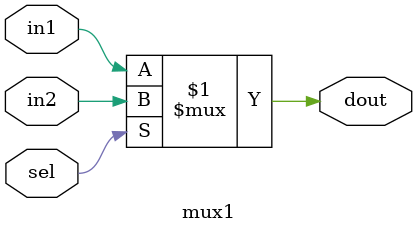
<source format=sv>
module mux1 #(
    parameter   DATA_WIDTH = 1
) (
    input logic [DATA_WIDTH-1:0] in1,
    input logic [DATA_WIDTH-1:0] in2,
    input logic sel,
    output logic dout
);

    assign dout = sel ? in2 : in1;
    
    // always @ (edge sel)
    //     $display(sel);

endmodule

</source>
